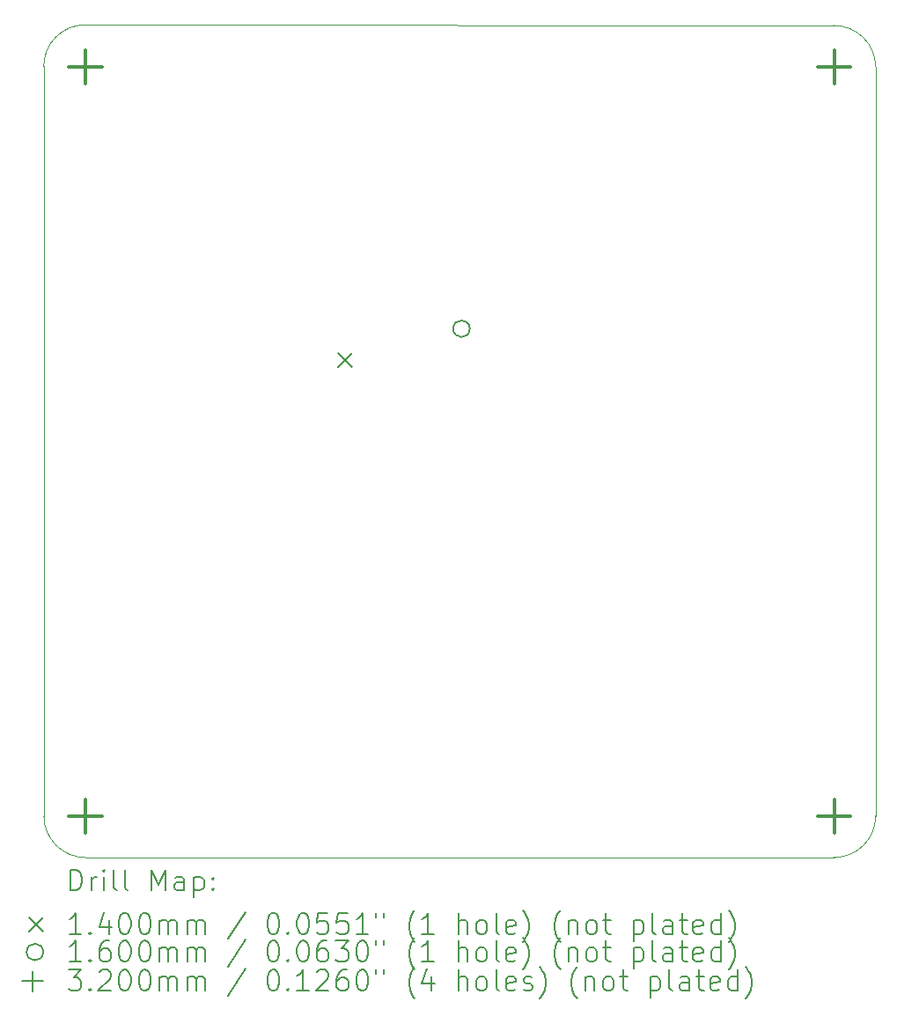
<source format=gbr>
%TF.GenerationSoftware,KiCad,Pcbnew,9.0.0*%
%TF.CreationDate,2025-04-12T13:05:03-05:00*%
%TF.ProjectId,Chassis,43686173-7369-4732-9e6b-696361645f70,rev?*%
%TF.SameCoordinates,Original*%
%TF.FileFunction,Drillmap*%
%TF.FilePolarity,Positive*%
%FSLAX45Y45*%
G04 Gerber Fmt 4.5, Leading zero omitted, Abs format (unit mm)*
G04 Created by KiCad (PCBNEW 9.0.0) date 2025-04-12 13:05:03*
%MOMM*%
%LPD*%
G01*
G04 APERTURE LIST*
%ADD10C,0.100000*%
%ADD11C,0.200000*%
%ADD12C,0.140000*%
%ADD13C,0.160000*%
%ADD14C,0.320000*%
G04 APERTURE END LIST*
D10*
X5232843Y-2532843D02*
X12434700Y-2540000D01*
X4834700Y-10140000D02*
X4832843Y-2932843D01*
X12834700Y-10140000D02*
G75*
G02*
X12434700Y-10540000I-400000J0D01*
G01*
X12834700Y-2940000D02*
X12834700Y-10140000D01*
X12434700Y-10540000D02*
X5234700Y-10540000D01*
X5234700Y-10540000D02*
G75*
G02*
X4834700Y-10140000I0J400000D01*
G01*
X12434700Y-2540000D02*
G75*
G02*
X12834700Y-2940000I0J-400000D01*
G01*
X4832843Y-2932843D02*
G75*
G02*
X5232843Y-2532843I400000J0D01*
G01*
D11*
D12*
X7662500Y-5687500D02*
X7802500Y-5827500D01*
X7802500Y-5687500D02*
X7662500Y-5827500D01*
D13*
X8931000Y-5455400D02*
G75*
G02*
X8771000Y-5455400I-80000J0D01*
G01*
X8771000Y-5455400D02*
G75*
G02*
X8931000Y-5455400I80000J0D01*
G01*
D14*
X5234700Y-2780000D02*
X5234700Y-3100000D01*
X5074700Y-2940000D02*
X5394700Y-2940000D01*
X5234700Y-9980000D02*
X5234700Y-10300000D01*
X5074700Y-10140000D02*
X5394700Y-10140000D01*
X12434700Y-2780000D02*
X12434700Y-3100000D01*
X12274700Y-2940000D02*
X12594700Y-2940000D01*
X12434700Y-9980000D02*
X12434700Y-10300000D01*
X12274700Y-10140000D02*
X12594700Y-10140000D01*
D11*
X5088620Y-10856484D02*
X5088620Y-10656484D01*
X5088620Y-10656484D02*
X5136239Y-10656484D01*
X5136239Y-10656484D02*
X5164810Y-10666008D01*
X5164810Y-10666008D02*
X5183858Y-10685055D01*
X5183858Y-10685055D02*
X5193381Y-10704103D01*
X5193381Y-10704103D02*
X5202905Y-10742198D01*
X5202905Y-10742198D02*
X5202905Y-10770770D01*
X5202905Y-10770770D02*
X5193381Y-10808865D01*
X5193381Y-10808865D02*
X5183858Y-10827912D01*
X5183858Y-10827912D02*
X5164810Y-10846960D01*
X5164810Y-10846960D02*
X5136239Y-10856484D01*
X5136239Y-10856484D02*
X5088620Y-10856484D01*
X5288620Y-10856484D02*
X5288620Y-10723150D01*
X5288620Y-10761246D02*
X5298143Y-10742198D01*
X5298143Y-10742198D02*
X5307667Y-10732674D01*
X5307667Y-10732674D02*
X5326715Y-10723150D01*
X5326715Y-10723150D02*
X5345762Y-10723150D01*
X5412429Y-10856484D02*
X5412429Y-10723150D01*
X5412429Y-10656484D02*
X5402905Y-10666008D01*
X5402905Y-10666008D02*
X5412429Y-10675531D01*
X5412429Y-10675531D02*
X5421953Y-10666008D01*
X5421953Y-10666008D02*
X5412429Y-10656484D01*
X5412429Y-10656484D02*
X5412429Y-10675531D01*
X5536239Y-10856484D02*
X5517191Y-10846960D01*
X5517191Y-10846960D02*
X5507667Y-10827912D01*
X5507667Y-10827912D02*
X5507667Y-10656484D01*
X5641000Y-10856484D02*
X5621953Y-10846960D01*
X5621953Y-10846960D02*
X5612429Y-10827912D01*
X5612429Y-10827912D02*
X5612429Y-10656484D01*
X5869572Y-10856484D02*
X5869572Y-10656484D01*
X5869572Y-10656484D02*
X5936239Y-10799341D01*
X5936239Y-10799341D02*
X6002905Y-10656484D01*
X6002905Y-10656484D02*
X6002905Y-10856484D01*
X6183858Y-10856484D02*
X6183858Y-10751722D01*
X6183858Y-10751722D02*
X6174334Y-10732674D01*
X6174334Y-10732674D02*
X6155286Y-10723150D01*
X6155286Y-10723150D02*
X6117191Y-10723150D01*
X6117191Y-10723150D02*
X6098143Y-10732674D01*
X6183858Y-10846960D02*
X6164810Y-10856484D01*
X6164810Y-10856484D02*
X6117191Y-10856484D01*
X6117191Y-10856484D02*
X6098143Y-10846960D01*
X6098143Y-10846960D02*
X6088619Y-10827912D01*
X6088619Y-10827912D02*
X6088619Y-10808865D01*
X6088619Y-10808865D02*
X6098143Y-10789817D01*
X6098143Y-10789817D02*
X6117191Y-10780293D01*
X6117191Y-10780293D02*
X6164810Y-10780293D01*
X6164810Y-10780293D02*
X6183858Y-10770770D01*
X6279096Y-10723150D02*
X6279096Y-10923150D01*
X6279096Y-10732674D02*
X6298143Y-10723150D01*
X6298143Y-10723150D02*
X6336239Y-10723150D01*
X6336239Y-10723150D02*
X6355286Y-10732674D01*
X6355286Y-10732674D02*
X6364810Y-10742198D01*
X6364810Y-10742198D02*
X6374334Y-10761246D01*
X6374334Y-10761246D02*
X6374334Y-10818389D01*
X6374334Y-10818389D02*
X6364810Y-10837436D01*
X6364810Y-10837436D02*
X6355286Y-10846960D01*
X6355286Y-10846960D02*
X6336239Y-10856484D01*
X6336239Y-10856484D02*
X6298143Y-10856484D01*
X6298143Y-10856484D02*
X6279096Y-10846960D01*
X6460048Y-10837436D02*
X6469572Y-10846960D01*
X6469572Y-10846960D02*
X6460048Y-10856484D01*
X6460048Y-10856484D02*
X6450524Y-10846960D01*
X6450524Y-10846960D02*
X6460048Y-10837436D01*
X6460048Y-10837436D02*
X6460048Y-10856484D01*
X6460048Y-10732674D02*
X6469572Y-10742198D01*
X6469572Y-10742198D02*
X6460048Y-10751722D01*
X6460048Y-10751722D02*
X6450524Y-10742198D01*
X6450524Y-10742198D02*
X6460048Y-10732674D01*
X6460048Y-10732674D02*
X6460048Y-10751722D01*
D12*
X4687843Y-11115000D02*
X4827843Y-11255000D01*
X4827843Y-11115000D02*
X4687843Y-11255000D01*
D11*
X5193381Y-11276484D02*
X5079096Y-11276484D01*
X5136239Y-11276484D02*
X5136239Y-11076484D01*
X5136239Y-11076484D02*
X5117191Y-11105055D01*
X5117191Y-11105055D02*
X5098143Y-11124103D01*
X5098143Y-11124103D02*
X5079096Y-11133627D01*
X5279096Y-11257436D02*
X5288620Y-11266960D01*
X5288620Y-11266960D02*
X5279096Y-11276484D01*
X5279096Y-11276484D02*
X5269572Y-11266960D01*
X5269572Y-11266960D02*
X5279096Y-11257436D01*
X5279096Y-11257436D02*
X5279096Y-11276484D01*
X5460048Y-11143150D02*
X5460048Y-11276484D01*
X5412429Y-11066960D02*
X5364810Y-11209817D01*
X5364810Y-11209817D02*
X5488620Y-11209817D01*
X5602905Y-11076484D02*
X5621953Y-11076484D01*
X5621953Y-11076484D02*
X5641000Y-11086008D01*
X5641000Y-11086008D02*
X5650524Y-11095531D01*
X5650524Y-11095531D02*
X5660048Y-11114579D01*
X5660048Y-11114579D02*
X5669572Y-11152674D01*
X5669572Y-11152674D02*
X5669572Y-11200293D01*
X5669572Y-11200293D02*
X5660048Y-11238388D01*
X5660048Y-11238388D02*
X5650524Y-11257436D01*
X5650524Y-11257436D02*
X5641000Y-11266960D01*
X5641000Y-11266960D02*
X5621953Y-11276484D01*
X5621953Y-11276484D02*
X5602905Y-11276484D01*
X5602905Y-11276484D02*
X5583858Y-11266960D01*
X5583858Y-11266960D02*
X5574334Y-11257436D01*
X5574334Y-11257436D02*
X5564810Y-11238388D01*
X5564810Y-11238388D02*
X5555286Y-11200293D01*
X5555286Y-11200293D02*
X5555286Y-11152674D01*
X5555286Y-11152674D02*
X5564810Y-11114579D01*
X5564810Y-11114579D02*
X5574334Y-11095531D01*
X5574334Y-11095531D02*
X5583858Y-11086008D01*
X5583858Y-11086008D02*
X5602905Y-11076484D01*
X5793381Y-11076484D02*
X5812429Y-11076484D01*
X5812429Y-11076484D02*
X5831477Y-11086008D01*
X5831477Y-11086008D02*
X5841000Y-11095531D01*
X5841000Y-11095531D02*
X5850524Y-11114579D01*
X5850524Y-11114579D02*
X5860048Y-11152674D01*
X5860048Y-11152674D02*
X5860048Y-11200293D01*
X5860048Y-11200293D02*
X5850524Y-11238388D01*
X5850524Y-11238388D02*
X5841000Y-11257436D01*
X5841000Y-11257436D02*
X5831477Y-11266960D01*
X5831477Y-11266960D02*
X5812429Y-11276484D01*
X5812429Y-11276484D02*
X5793381Y-11276484D01*
X5793381Y-11276484D02*
X5774334Y-11266960D01*
X5774334Y-11266960D02*
X5764810Y-11257436D01*
X5764810Y-11257436D02*
X5755286Y-11238388D01*
X5755286Y-11238388D02*
X5745762Y-11200293D01*
X5745762Y-11200293D02*
X5745762Y-11152674D01*
X5745762Y-11152674D02*
X5755286Y-11114579D01*
X5755286Y-11114579D02*
X5764810Y-11095531D01*
X5764810Y-11095531D02*
X5774334Y-11086008D01*
X5774334Y-11086008D02*
X5793381Y-11076484D01*
X5945762Y-11276484D02*
X5945762Y-11143150D01*
X5945762Y-11162198D02*
X5955286Y-11152674D01*
X5955286Y-11152674D02*
X5974334Y-11143150D01*
X5974334Y-11143150D02*
X6002905Y-11143150D01*
X6002905Y-11143150D02*
X6021953Y-11152674D01*
X6021953Y-11152674D02*
X6031477Y-11171722D01*
X6031477Y-11171722D02*
X6031477Y-11276484D01*
X6031477Y-11171722D02*
X6041000Y-11152674D01*
X6041000Y-11152674D02*
X6060048Y-11143150D01*
X6060048Y-11143150D02*
X6088619Y-11143150D01*
X6088619Y-11143150D02*
X6107667Y-11152674D01*
X6107667Y-11152674D02*
X6117191Y-11171722D01*
X6117191Y-11171722D02*
X6117191Y-11276484D01*
X6212429Y-11276484D02*
X6212429Y-11143150D01*
X6212429Y-11162198D02*
X6221953Y-11152674D01*
X6221953Y-11152674D02*
X6241000Y-11143150D01*
X6241000Y-11143150D02*
X6269572Y-11143150D01*
X6269572Y-11143150D02*
X6288620Y-11152674D01*
X6288620Y-11152674D02*
X6298143Y-11171722D01*
X6298143Y-11171722D02*
X6298143Y-11276484D01*
X6298143Y-11171722D02*
X6307667Y-11152674D01*
X6307667Y-11152674D02*
X6326715Y-11143150D01*
X6326715Y-11143150D02*
X6355286Y-11143150D01*
X6355286Y-11143150D02*
X6374334Y-11152674D01*
X6374334Y-11152674D02*
X6383858Y-11171722D01*
X6383858Y-11171722D02*
X6383858Y-11276484D01*
X6774334Y-11066960D02*
X6602905Y-11324103D01*
X7031477Y-11076484D02*
X7050524Y-11076484D01*
X7050524Y-11076484D02*
X7069572Y-11086008D01*
X7069572Y-11086008D02*
X7079096Y-11095531D01*
X7079096Y-11095531D02*
X7088620Y-11114579D01*
X7088620Y-11114579D02*
X7098143Y-11152674D01*
X7098143Y-11152674D02*
X7098143Y-11200293D01*
X7098143Y-11200293D02*
X7088620Y-11238388D01*
X7088620Y-11238388D02*
X7079096Y-11257436D01*
X7079096Y-11257436D02*
X7069572Y-11266960D01*
X7069572Y-11266960D02*
X7050524Y-11276484D01*
X7050524Y-11276484D02*
X7031477Y-11276484D01*
X7031477Y-11276484D02*
X7012429Y-11266960D01*
X7012429Y-11266960D02*
X7002905Y-11257436D01*
X7002905Y-11257436D02*
X6993382Y-11238388D01*
X6993382Y-11238388D02*
X6983858Y-11200293D01*
X6983858Y-11200293D02*
X6983858Y-11152674D01*
X6983858Y-11152674D02*
X6993382Y-11114579D01*
X6993382Y-11114579D02*
X7002905Y-11095531D01*
X7002905Y-11095531D02*
X7012429Y-11086008D01*
X7012429Y-11086008D02*
X7031477Y-11076484D01*
X7183858Y-11257436D02*
X7193382Y-11266960D01*
X7193382Y-11266960D02*
X7183858Y-11276484D01*
X7183858Y-11276484D02*
X7174334Y-11266960D01*
X7174334Y-11266960D02*
X7183858Y-11257436D01*
X7183858Y-11257436D02*
X7183858Y-11276484D01*
X7317191Y-11076484D02*
X7336239Y-11076484D01*
X7336239Y-11076484D02*
X7355286Y-11086008D01*
X7355286Y-11086008D02*
X7364810Y-11095531D01*
X7364810Y-11095531D02*
X7374334Y-11114579D01*
X7374334Y-11114579D02*
X7383858Y-11152674D01*
X7383858Y-11152674D02*
X7383858Y-11200293D01*
X7383858Y-11200293D02*
X7374334Y-11238388D01*
X7374334Y-11238388D02*
X7364810Y-11257436D01*
X7364810Y-11257436D02*
X7355286Y-11266960D01*
X7355286Y-11266960D02*
X7336239Y-11276484D01*
X7336239Y-11276484D02*
X7317191Y-11276484D01*
X7317191Y-11276484D02*
X7298143Y-11266960D01*
X7298143Y-11266960D02*
X7288620Y-11257436D01*
X7288620Y-11257436D02*
X7279096Y-11238388D01*
X7279096Y-11238388D02*
X7269572Y-11200293D01*
X7269572Y-11200293D02*
X7269572Y-11152674D01*
X7269572Y-11152674D02*
X7279096Y-11114579D01*
X7279096Y-11114579D02*
X7288620Y-11095531D01*
X7288620Y-11095531D02*
X7298143Y-11086008D01*
X7298143Y-11086008D02*
X7317191Y-11076484D01*
X7564810Y-11076484D02*
X7469572Y-11076484D01*
X7469572Y-11076484D02*
X7460048Y-11171722D01*
X7460048Y-11171722D02*
X7469572Y-11162198D01*
X7469572Y-11162198D02*
X7488620Y-11152674D01*
X7488620Y-11152674D02*
X7536239Y-11152674D01*
X7536239Y-11152674D02*
X7555286Y-11162198D01*
X7555286Y-11162198D02*
X7564810Y-11171722D01*
X7564810Y-11171722D02*
X7574334Y-11190769D01*
X7574334Y-11190769D02*
X7574334Y-11238388D01*
X7574334Y-11238388D02*
X7564810Y-11257436D01*
X7564810Y-11257436D02*
X7555286Y-11266960D01*
X7555286Y-11266960D02*
X7536239Y-11276484D01*
X7536239Y-11276484D02*
X7488620Y-11276484D01*
X7488620Y-11276484D02*
X7469572Y-11266960D01*
X7469572Y-11266960D02*
X7460048Y-11257436D01*
X7755286Y-11076484D02*
X7660048Y-11076484D01*
X7660048Y-11076484D02*
X7650524Y-11171722D01*
X7650524Y-11171722D02*
X7660048Y-11162198D01*
X7660048Y-11162198D02*
X7679096Y-11152674D01*
X7679096Y-11152674D02*
X7726715Y-11152674D01*
X7726715Y-11152674D02*
X7745763Y-11162198D01*
X7745763Y-11162198D02*
X7755286Y-11171722D01*
X7755286Y-11171722D02*
X7764810Y-11190769D01*
X7764810Y-11190769D02*
X7764810Y-11238388D01*
X7764810Y-11238388D02*
X7755286Y-11257436D01*
X7755286Y-11257436D02*
X7745763Y-11266960D01*
X7745763Y-11266960D02*
X7726715Y-11276484D01*
X7726715Y-11276484D02*
X7679096Y-11276484D01*
X7679096Y-11276484D02*
X7660048Y-11266960D01*
X7660048Y-11266960D02*
X7650524Y-11257436D01*
X7955286Y-11276484D02*
X7841001Y-11276484D01*
X7898143Y-11276484D02*
X7898143Y-11076484D01*
X7898143Y-11076484D02*
X7879096Y-11105055D01*
X7879096Y-11105055D02*
X7860048Y-11124103D01*
X7860048Y-11124103D02*
X7841001Y-11133627D01*
X8031477Y-11076484D02*
X8031477Y-11114579D01*
X8107667Y-11076484D02*
X8107667Y-11114579D01*
X8402906Y-11352674D02*
X8393382Y-11343150D01*
X8393382Y-11343150D02*
X8374334Y-11314579D01*
X8374334Y-11314579D02*
X8364810Y-11295531D01*
X8364810Y-11295531D02*
X8355286Y-11266960D01*
X8355286Y-11266960D02*
X8345763Y-11219341D01*
X8345763Y-11219341D02*
X8345763Y-11181246D01*
X8345763Y-11181246D02*
X8355286Y-11133627D01*
X8355286Y-11133627D02*
X8364810Y-11105055D01*
X8364810Y-11105055D02*
X8374334Y-11086008D01*
X8374334Y-11086008D02*
X8393382Y-11057436D01*
X8393382Y-11057436D02*
X8402906Y-11047912D01*
X8583858Y-11276484D02*
X8469572Y-11276484D01*
X8526715Y-11276484D02*
X8526715Y-11076484D01*
X8526715Y-11076484D02*
X8507667Y-11105055D01*
X8507667Y-11105055D02*
X8488620Y-11124103D01*
X8488620Y-11124103D02*
X8469572Y-11133627D01*
X8821953Y-11276484D02*
X8821953Y-11076484D01*
X8907668Y-11276484D02*
X8907668Y-11171722D01*
X8907668Y-11171722D02*
X8898144Y-11152674D01*
X8898144Y-11152674D02*
X8879096Y-11143150D01*
X8879096Y-11143150D02*
X8850525Y-11143150D01*
X8850525Y-11143150D02*
X8831477Y-11152674D01*
X8831477Y-11152674D02*
X8821953Y-11162198D01*
X9031477Y-11276484D02*
X9012429Y-11266960D01*
X9012429Y-11266960D02*
X9002906Y-11257436D01*
X9002906Y-11257436D02*
X8993382Y-11238388D01*
X8993382Y-11238388D02*
X8993382Y-11181246D01*
X8993382Y-11181246D02*
X9002906Y-11162198D01*
X9002906Y-11162198D02*
X9012429Y-11152674D01*
X9012429Y-11152674D02*
X9031477Y-11143150D01*
X9031477Y-11143150D02*
X9060049Y-11143150D01*
X9060049Y-11143150D02*
X9079096Y-11152674D01*
X9079096Y-11152674D02*
X9088620Y-11162198D01*
X9088620Y-11162198D02*
X9098144Y-11181246D01*
X9098144Y-11181246D02*
X9098144Y-11238388D01*
X9098144Y-11238388D02*
X9088620Y-11257436D01*
X9088620Y-11257436D02*
X9079096Y-11266960D01*
X9079096Y-11266960D02*
X9060049Y-11276484D01*
X9060049Y-11276484D02*
X9031477Y-11276484D01*
X9212429Y-11276484D02*
X9193382Y-11266960D01*
X9193382Y-11266960D02*
X9183858Y-11247912D01*
X9183858Y-11247912D02*
X9183858Y-11076484D01*
X9364810Y-11266960D02*
X9345763Y-11276484D01*
X9345763Y-11276484D02*
X9307668Y-11276484D01*
X9307668Y-11276484D02*
X9288620Y-11266960D01*
X9288620Y-11266960D02*
X9279096Y-11247912D01*
X9279096Y-11247912D02*
X9279096Y-11171722D01*
X9279096Y-11171722D02*
X9288620Y-11152674D01*
X9288620Y-11152674D02*
X9307668Y-11143150D01*
X9307668Y-11143150D02*
X9345763Y-11143150D01*
X9345763Y-11143150D02*
X9364810Y-11152674D01*
X9364810Y-11152674D02*
X9374334Y-11171722D01*
X9374334Y-11171722D02*
X9374334Y-11190769D01*
X9374334Y-11190769D02*
X9279096Y-11209817D01*
X9441001Y-11352674D02*
X9450525Y-11343150D01*
X9450525Y-11343150D02*
X9469572Y-11314579D01*
X9469572Y-11314579D02*
X9479096Y-11295531D01*
X9479096Y-11295531D02*
X9488620Y-11266960D01*
X9488620Y-11266960D02*
X9498144Y-11219341D01*
X9498144Y-11219341D02*
X9498144Y-11181246D01*
X9498144Y-11181246D02*
X9488620Y-11133627D01*
X9488620Y-11133627D02*
X9479096Y-11105055D01*
X9479096Y-11105055D02*
X9469572Y-11086008D01*
X9469572Y-11086008D02*
X9450525Y-11057436D01*
X9450525Y-11057436D02*
X9441001Y-11047912D01*
X9802906Y-11352674D02*
X9793382Y-11343150D01*
X9793382Y-11343150D02*
X9774334Y-11314579D01*
X9774334Y-11314579D02*
X9764810Y-11295531D01*
X9764810Y-11295531D02*
X9755287Y-11266960D01*
X9755287Y-11266960D02*
X9745763Y-11219341D01*
X9745763Y-11219341D02*
X9745763Y-11181246D01*
X9745763Y-11181246D02*
X9755287Y-11133627D01*
X9755287Y-11133627D02*
X9764810Y-11105055D01*
X9764810Y-11105055D02*
X9774334Y-11086008D01*
X9774334Y-11086008D02*
X9793382Y-11057436D01*
X9793382Y-11057436D02*
X9802906Y-11047912D01*
X9879096Y-11143150D02*
X9879096Y-11276484D01*
X9879096Y-11162198D02*
X9888620Y-11152674D01*
X9888620Y-11152674D02*
X9907668Y-11143150D01*
X9907668Y-11143150D02*
X9936239Y-11143150D01*
X9936239Y-11143150D02*
X9955287Y-11152674D01*
X9955287Y-11152674D02*
X9964810Y-11171722D01*
X9964810Y-11171722D02*
X9964810Y-11276484D01*
X10088620Y-11276484D02*
X10069572Y-11266960D01*
X10069572Y-11266960D02*
X10060049Y-11257436D01*
X10060049Y-11257436D02*
X10050525Y-11238388D01*
X10050525Y-11238388D02*
X10050525Y-11181246D01*
X10050525Y-11181246D02*
X10060049Y-11162198D01*
X10060049Y-11162198D02*
X10069572Y-11152674D01*
X10069572Y-11152674D02*
X10088620Y-11143150D01*
X10088620Y-11143150D02*
X10117191Y-11143150D01*
X10117191Y-11143150D02*
X10136239Y-11152674D01*
X10136239Y-11152674D02*
X10145763Y-11162198D01*
X10145763Y-11162198D02*
X10155287Y-11181246D01*
X10155287Y-11181246D02*
X10155287Y-11238388D01*
X10155287Y-11238388D02*
X10145763Y-11257436D01*
X10145763Y-11257436D02*
X10136239Y-11266960D01*
X10136239Y-11266960D02*
X10117191Y-11276484D01*
X10117191Y-11276484D02*
X10088620Y-11276484D01*
X10212430Y-11143150D02*
X10288620Y-11143150D01*
X10241001Y-11076484D02*
X10241001Y-11247912D01*
X10241001Y-11247912D02*
X10250525Y-11266960D01*
X10250525Y-11266960D02*
X10269572Y-11276484D01*
X10269572Y-11276484D02*
X10288620Y-11276484D01*
X10507668Y-11143150D02*
X10507668Y-11343150D01*
X10507668Y-11152674D02*
X10526715Y-11143150D01*
X10526715Y-11143150D02*
X10564811Y-11143150D01*
X10564811Y-11143150D02*
X10583858Y-11152674D01*
X10583858Y-11152674D02*
X10593382Y-11162198D01*
X10593382Y-11162198D02*
X10602906Y-11181246D01*
X10602906Y-11181246D02*
X10602906Y-11238388D01*
X10602906Y-11238388D02*
X10593382Y-11257436D01*
X10593382Y-11257436D02*
X10583858Y-11266960D01*
X10583858Y-11266960D02*
X10564811Y-11276484D01*
X10564811Y-11276484D02*
X10526715Y-11276484D01*
X10526715Y-11276484D02*
X10507668Y-11266960D01*
X10717191Y-11276484D02*
X10698144Y-11266960D01*
X10698144Y-11266960D02*
X10688620Y-11247912D01*
X10688620Y-11247912D02*
X10688620Y-11076484D01*
X10879096Y-11276484D02*
X10879096Y-11171722D01*
X10879096Y-11171722D02*
X10869572Y-11152674D01*
X10869572Y-11152674D02*
X10850525Y-11143150D01*
X10850525Y-11143150D02*
X10812430Y-11143150D01*
X10812430Y-11143150D02*
X10793382Y-11152674D01*
X10879096Y-11266960D02*
X10860049Y-11276484D01*
X10860049Y-11276484D02*
X10812430Y-11276484D01*
X10812430Y-11276484D02*
X10793382Y-11266960D01*
X10793382Y-11266960D02*
X10783858Y-11247912D01*
X10783858Y-11247912D02*
X10783858Y-11228865D01*
X10783858Y-11228865D02*
X10793382Y-11209817D01*
X10793382Y-11209817D02*
X10812430Y-11200293D01*
X10812430Y-11200293D02*
X10860049Y-11200293D01*
X10860049Y-11200293D02*
X10879096Y-11190769D01*
X10945763Y-11143150D02*
X11021953Y-11143150D01*
X10974334Y-11076484D02*
X10974334Y-11247912D01*
X10974334Y-11247912D02*
X10983858Y-11266960D01*
X10983858Y-11266960D02*
X11002906Y-11276484D01*
X11002906Y-11276484D02*
X11021953Y-11276484D01*
X11164811Y-11266960D02*
X11145763Y-11276484D01*
X11145763Y-11276484D02*
X11107668Y-11276484D01*
X11107668Y-11276484D02*
X11088620Y-11266960D01*
X11088620Y-11266960D02*
X11079096Y-11247912D01*
X11079096Y-11247912D02*
X11079096Y-11171722D01*
X11079096Y-11171722D02*
X11088620Y-11152674D01*
X11088620Y-11152674D02*
X11107668Y-11143150D01*
X11107668Y-11143150D02*
X11145763Y-11143150D01*
X11145763Y-11143150D02*
X11164811Y-11152674D01*
X11164811Y-11152674D02*
X11174334Y-11171722D01*
X11174334Y-11171722D02*
X11174334Y-11190769D01*
X11174334Y-11190769D02*
X11079096Y-11209817D01*
X11345763Y-11276484D02*
X11345763Y-11076484D01*
X11345763Y-11266960D02*
X11326715Y-11276484D01*
X11326715Y-11276484D02*
X11288620Y-11276484D01*
X11288620Y-11276484D02*
X11269572Y-11266960D01*
X11269572Y-11266960D02*
X11260049Y-11257436D01*
X11260049Y-11257436D02*
X11250525Y-11238388D01*
X11250525Y-11238388D02*
X11250525Y-11181246D01*
X11250525Y-11181246D02*
X11260049Y-11162198D01*
X11260049Y-11162198D02*
X11269572Y-11152674D01*
X11269572Y-11152674D02*
X11288620Y-11143150D01*
X11288620Y-11143150D02*
X11326715Y-11143150D01*
X11326715Y-11143150D02*
X11345763Y-11152674D01*
X11421953Y-11352674D02*
X11431477Y-11343150D01*
X11431477Y-11343150D02*
X11450525Y-11314579D01*
X11450525Y-11314579D02*
X11460049Y-11295531D01*
X11460049Y-11295531D02*
X11469572Y-11266960D01*
X11469572Y-11266960D02*
X11479096Y-11219341D01*
X11479096Y-11219341D02*
X11479096Y-11181246D01*
X11479096Y-11181246D02*
X11469572Y-11133627D01*
X11469572Y-11133627D02*
X11460049Y-11105055D01*
X11460049Y-11105055D02*
X11450525Y-11086008D01*
X11450525Y-11086008D02*
X11431477Y-11057436D01*
X11431477Y-11057436D02*
X11421953Y-11047912D01*
D13*
X4827843Y-11449000D02*
G75*
G02*
X4667843Y-11449000I-80000J0D01*
G01*
X4667843Y-11449000D02*
G75*
G02*
X4827843Y-11449000I80000J0D01*
G01*
D11*
X5193381Y-11540484D02*
X5079096Y-11540484D01*
X5136239Y-11540484D02*
X5136239Y-11340484D01*
X5136239Y-11340484D02*
X5117191Y-11369055D01*
X5117191Y-11369055D02*
X5098143Y-11388103D01*
X5098143Y-11388103D02*
X5079096Y-11397627D01*
X5279096Y-11521436D02*
X5288620Y-11530960D01*
X5288620Y-11530960D02*
X5279096Y-11540484D01*
X5279096Y-11540484D02*
X5269572Y-11530960D01*
X5269572Y-11530960D02*
X5279096Y-11521436D01*
X5279096Y-11521436D02*
X5279096Y-11540484D01*
X5460048Y-11340484D02*
X5421953Y-11340484D01*
X5421953Y-11340484D02*
X5402905Y-11350008D01*
X5402905Y-11350008D02*
X5393381Y-11359531D01*
X5393381Y-11359531D02*
X5374334Y-11388103D01*
X5374334Y-11388103D02*
X5364810Y-11426198D01*
X5364810Y-11426198D02*
X5364810Y-11502388D01*
X5364810Y-11502388D02*
X5374334Y-11521436D01*
X5374334Y-11521436D02*
X5383858Y-11530960D01*
X5383858Y-11530960D02*
X5402905Y-11540484D01*
X5402905Y-11540484D02*
X5441001Y-11540484D01*
X5441001Y-11540484D02*
X5460048Y-11530960D01*
X5460048Y-11530960D02*
X5469572Y-11521436D01*
X5469572Y-11521436D02*
X5479096Y-11502388D01*
X5479096Y-11502388D02*
X5479096Y-11454769D01*
X5479096Y-11454769D02*
X5469572Y-11435722D01*
X5469572Y-11435722D02*
X5460048Y-11426198D01*
X5460048Y-11426198D02*
X5441001Y-11416674D01*
X5441001Y-11416674D02*
X5402905Y-11416674D01*
X5402905Y-11416674D02*
X5383858Y-11426198D01*
X5383858Y-11426198D02*
X5374334Y-11435722D01*
X5374334Y-11435722D02*
X5364810Y-11454769D01*
X5602905Y-11340484D02*
X5621953Y-11340484D01*
X5621953Y-11340484D02*
X5641000Y-11350008D01*
X5641000Y-11350008D02*
X5650524Y-11359531D01*
X5650524Y-11359531D02*
X5660048Y-11378579D01*
X5660048Y-11378579D02*
X5669572Y-11416674D01*
X5669572Y-11416674D02*
X5669572Y-11464293D01*
X5669572Y-11464293D02*
X5660048Y-11502388D01*
X5660048Y-11502388D02*
X5650524Y-11521436D01*
X5650524Y-11521436D02*
X5641000Y-11530960D01*
X5641000Y-11530960D02*
X5621953Y-11540484D01*
X5621953Y-11540484D02*
X5602905Y-11540484D01*
X5602905Y-11540484D02*
X5583858Y-11530960D01*
X5583858Y-11530960D02*
X5574334Y-11521436D01*
X5574334Y-11521436D02*
X5564810Y-11502388D01*
X5564810Y-11502388D02*
X5555286Y-11464293D01*
X5555286Y-11464293D02*
X5555286Y-11416674D01*
X5555286Y-11416674D02*
X5564810Y-11378579D01*
X5564810Y-11378579D02*
X5574334Y-11359531D01*
X5574334Y-11359531D02*
X5583858Y-11350008D01*
X5583858Y-11350008D02*
X5602905Y-11340484D01*
X5793381Y-11340484D02*
X5812429Y-11340484D01*
X5812429Y-11340484D02*
X5831477Y-11350008D01*
X5831477Y-11350008D02*
X5841000Y-11359531D01*
X5841000Y-11359531D02*
X5850524Y-11378579D01*
X5850524Y-11378579D02*
X5860048Y-11416674D01*
X5860048Y-11416674D02*
X5860048Y-11464293D01*
X5860048Y-11464293D02*
X5850524Y-11502388D01*
X5850524Y-11502388D02*
X5841000Y-11521436D01*
X5841000Y-11521436D02*
X5831477Y-11530960D01*
X5831477Y-11530960D02*
X5812429Y-11540484D01*
X5812429Y-11540484D02*
X5793381Y-11540484D01*
X5793381Y-11540484D02*
X5774334Y-11530960D01*
X5774334Y-11530960D02*
X5764810Y-11521436D01*
X5764810Y-11521436D02*
X5755286Y-11502388D01*
X5755286Y-11502388D02*
X5745762Y-11464293D01*
X5745762Y-11464293D02*
X5745762Y-11416674D01*
X5745762Y-11416674D02*
X5755286Y-11378579D01*
X5755286Y-11378579D02*
X5764810Y-11359531D01*
X5764810Y-11359531D02*
X5774334Y-11350008D01*
X5774334Y-11350008D02*
X5793381Y-11340484D01*
X5945762Y-11540484D02*
X5945762Y-11407150D01*
X5945762Y-11426198D02*
X5955286Y-11416674D01*
X5955286Y-11416674D02*
X5974334Y-11407150D01*
X5974334Y-11407150D02*
X6002905Y-11407150D01*
X6002905Y-11407150D02*
X6021953Y-11416674D01*
X6021953Y-11416674D02*
X6031477Y-11435722D01*
X6031477Y-11435722D02*
X6031477Y-11540484D01*
X6031477Y-11435722D02*
X6041000Y-11416674D01*
X6041000Y-11416674D02*
X6060048Y-11407150D01*
X6060048Y-11407150D02*
X6088619Y-11407150D01*
X6088619Y-11407150D02*
X6107667Y-11416674D01*
X6107667Y-11416674D02*
X6117191Y-11435722D01*
X6117191Y-11435722D02*
X6117191Y-11540484D01*
X6212429Y-11540484D02*
X6212429Y-11407150D01*
X6212429Y-11426198D02*
X6221953Y-11416674D01*
X6221953Y-11416674D02*
X6241000Y-11407150D01*
X6241000Y-11407150D02*
X6269572Y-11407150D01*
X6269572Y-11407150D02*
X6288620Y-11416674D01*
X6288620Y-11416674D02*
X6298143Y-11435722D01*
X6298143Y-11435722D02*
X6298143Y-11540484D01*
X6298143Y-11435722D02*
X6307667Y-11416674D01*
X6307667Y-11416674D02*
X6326715Y-11407150D01*
X6326715Y-11407150D02*
X6355286Y-11407150D01*
X6355286Y-11407150D02*
X6374334Y-11416674D01*
X6374334Y-11416674D02*
X6383858Y-11435722D01*
X6383858Y-11435722D02*
X6383858Y-11540484D01*
X6774334Y-11330960D02*
X6602905Y-11588103D01*
X7031477Y-11340484D02*
X7050524Y-11340484D01*
X7050524Y-11340484D02*
X7069572Y-11350008D01*
X7069572Y-11350008D02*
X7079096Y-11359531D01*
X7079096Y-11359531D02*
X7088620Y-11378579D01*
X7088620Y-11378579D02*
X7098143Y-11416674D01*
X7098143Y-11416674D02*
X7098143Y-11464293D01*
X7098143Y-11464293D02*
X7088620Y-11502388D01*
X7088620Y-11502388D02*
X7079096Y-11521436D01*
X7079096Y-11521436D02*
X7069572Y-11530960D01*
X7069572Y-11530960D02*
X7050524Y-11540484D01*
X7050524Y-11540484D02*
X7031477Y-11540484D01*
X7031477Y-11540484D02*
X7012429Y-11530960D01*
X7012429Y-11530960D02*
X7002905Y-11521436D01*
X7002905Y-11521436D02*
X6993382Y-11502388D01*
X6993382Y-11502388D02*
X6983858Y-11464293D01*
X6983858Y-11464293D02*
X6983858Y-11416674D01*
X6983858Y-11416674D02*
X6993382Y-11378579D01*
X6993382Y-11378579D02*
X7002905Y-11359531D01*
X7002905Y-11359531D02*
X7012429Y-11350008D01*
X7012429Y-11350008D02*
X7031477Y-11340484D01*
X7183858Y-11521436D02*
X7193382Y-11530960D01*
X7193382Y-11530960D02*
X7183858Y-11540484D01*
X7183858Y-11540484D02*
X7174334Y-11530960D01*
X7174334Y-11530960D02*
X7183858Y-11521436D01*
X7183858Y-11521436D02*
X7183858Y-11540484D01*
X7317191Y-11340484D02*
X7336239Y-11340484D01*
X7336239Y-11340484D02*
X7355286Y-11350008D01*
X7355286Y-11350008D02*
X7364810Y-11359531D01*
X7364810Y-11359531D02*
X7374334Y-11378579D01*
X7374334Y-11378579D02*
X7383858Y-11416674D01*
X7383858Y-11416674D02*
X7383858Y-11464293D01*
X7383858Y-11464293D02*
X7374334Y-11502388D01*
X7374334Y-11502388D02*
X7364810Y-11521436D01*
X7364810Y-11521436D02*
X7355286Y-11530960D01*
X7355286Y-11530960D02*
X7336239Y-11540484D01*
X7336239Y-11540484D02*
X7317191Y-11540484D01*
X7317191Y-11540484D02*
X7298143Y-11530960D01*
X7298143Y-11530960D02*
X7288620Y-11521436D01*
X7288620Y-11521436D02*
X7279096Y-11502388D01*
X7279096Y-11502388D02*
X7269572Y-11464293D01*
X7269572Y-11464293D02*
X7269572Y-11416674D01*
X7269572Y-11416674D02*
X7279096Y-11378579D01*
X7279096Y-11378579D02*
X7288620Y-11359531D01*
X7288620Y-11359531D02*
X7298143Y-11350008D01*
X7298143Y-11350008D02*
X7317191Y-11340484D01*
X7555286Y-11340484D02*
X7517191Y-11340484D01*
X7517191Y-11340484D02*
X7498143Y-11350008D01*
X7498143Y-11350008D02*
X7488620Y-11359531D01*
X7488620Y-11359531D02*
X7469572Y-11388103D01*
X7469572Y-11388103D02*
X7460048Y-11426198D01*
X7460048Y-11426198D02*
X7460048Y-11502388D01*
X7460048Y-11502388D02*
X7469572Y-11521436D01*
X7469572Y-11521436D02*
X7479096Y-11530960D01*
X7479096Y-11530960D02*
X7498143Y-11540484D01*
X7498143Y-11540484D02*
X7536239Y-11540484D01*
X7536239Y-11540484D02*
X7555286Y-11530960D01*
X7555286Y-11530960D02*
X7564810Y-11521436D01*
X7564810Y-11521436D02*
X7574334Y-11502388D01*
X7574334Y-11502388D02*
X7574334Y-11454769D01*
X7574334Y-11454769D02*
X7564810Y-11435722D01*
X7564810Y-11435722D02*
X7555286Y-11426198D01*
X7555286Y-11426198D02*
X7536239Y-11416674D01*
X7536239Y-11416674D02*
X7498143Y-11416674D01*
X7498143Y-11416674D02*
X7479096Y-11426198D01*
X7479096Y-11426198D02*
X7469572Y-11435722D01*
X7469572Y-11435722D02*
X7460048Y-11454769D01*
X7641001Y-11340484D02*
X7764810Y-11340484D01*
X7764810Y-11340484D02*
X7698143Y-11416674D01*
X7698143Y-11416674D02*
X7726715Y-11416674D01*
X7726715Y-11416674D02*
X7745763Y-11426198D01*
X7745763Y-11426198D02*
X7755286Y-11435722D01*
X7755286Y-11435722D02*
X7764810Y-11454769D01*
X7764810Y-11454769D02*
X7764810Y-11502388D01*
X7764810Y-11502388D02*
X7755286Y-11521436D01*
X7755286Y-11521436D02*
X7745763Y-11530960D01*
X7745763Y-11530960D02*
X7726715Y-11540484D01*
X7726715Y-11540484D02*
X7669572Y-11540484D01*
X7669572Y-11540484D02*
X7650524Y-11530960D01*
X7650524Y-11530960D02*
X7641001Y-11521436D01*
X7888620Y-11340484D02*
X7907667Y-11340484D01*
X7907667Y-11340484D02*
X7926715Y-11350008D01*
X7926715Y-11350008D02*
X7936239Y-11359531D01*
X7936239Y-11359531D02*
X7945763Y-11378579D01*
X7945763Y-11378579D02*
X7955286Y-11416674D01*
X7955286Y-11416674D02*
X7955286Y-11464293D01*
X7955286Y-11464293D02*
X7945763Y-11502388D01*
X7945763Y-11502388D02*
X7936239Y-11521436D01*
X7936239Y-11521436D02*
X7926715Y-11530960D01*
X7926715Y-11530960D02*
X7907667Y-11540484D01*
X7907667Y-11540484D02*
X7888620Y-11540484D01*
X7888620Y-11540484D02*
X7869572Y-11530960D01*
X7869572Y-11530960D02*
X7860048Y-11521436D01*
X7860048Y-11521436D02*
X7850524Y-11502388D01*
X7850524Y-11502388D02*
X7841001Y-11464293D01*
X7841001Y-11464293D02*
X7841001Y-11416674D01*
X7841001Y-11416674D02*
X7850524Y-11378579D01*
X7850524Y-11378579D02*
X7860048Y-11359531D01*
X7860048Y-11359531D02*
X7869572Y-11350008D01*
X7869572Y-11350008D02*
X7888620Y-11340484D01*
X8031477Y-11340484D02*
X8031477Y-11378579D01*
X8107667Y-11340484D02*
X8107667Y-11378579D01*
X8402906Y-11616674D02*
X8393382Y-11607150D01*
X8393382Y-11607150D02*
X8374334Y-11578579D01*
X8374334Y-11578579D02*
X8364810Y-11559531D01*
X8364810Y-11559531D02*
X8355286Y-11530960D01*
X8355286Y-11530960D02*
X8345763Y-11483341D01*
X8345763Y-11483341D02*
X8345763Y-11445246D01*
X8345763Y-11445246D02*
X8355286Y-11397627D01*
X8355286Y-11397627D02*
X8364810Y-11369055D01*
X8364810Y-11369055D02*
X8374334Y-11350008D01*
X8374334Y-11350008D02*
X8393382Y-11321436D01*
X8393382Y-11321436D02*
X8402906Y-11311912D01*
X8583858Y-11540484D02*
X8469572Y-11540484D01*
X8526715Y-11540484D02*
X8526715Y-11340484D01*
X8526715Y-11340484D02*
X8507667Y-11369055D01*
X8507667Y-11369055D02*
X8488620Y-11388103D01*
X8488620Y-11388103D02*
X8469572Y-11397627D01*
X8821953Y-11540484D02*
X8821953Y-11340484D01*
X8907668Y-11540484D02*
X8907668Y-11435722D01*
X8907668Y-11435722D02*
X8898144Y-11416674D01*
X8898144Y-11416674D02*
X8879096Y-11407150D01*
X8879096Y-11407150D02*
X8850525Y-11407150D01*
X8850525Y-11407150D02*
X8831477Y-11416674D01*
X8831477Y-11416674D02*
X8821953Y-11426198D01*
X9031477Y-11540484D02*
X9012429Y-11530960D01*
X9012429Y-11530960D02*
X9002906Y-11521436D01*
X9002906Y-11521436D02*
X8993382Y-11502388D01*
X8993382Y-11502388D02*
X8993382Y-11445246D01*
X8993382Y-11445246D02*
X9002906Y-11426198D01*
X9002906Y-11426198D02*
X9012429Y-11416674D01*
X9012429Y-11416674D02*
X9031477Y-11407150D01*
X9031477Y-11407150D02*
X9060049Y-11407150D01*
X9060049Y-11407150D02*
X9079096Y-11416674D01*
X9079096Y-11416674D02*
X9088620Y-11426198D01*
X9088620Y-11426198D02*
X9098144Y-11445246D01*
X9098144Y-11445246D02*
X9098144Y-11502388D01*
X9098144Y-11502388D02*
X9088620Y-11521436D01*
X9088620Y-11521436D02*
X9079096Y-11530960D01*
X9079096Y-11530960D02*
X9060049Y-11540484D01*
X9060049Y-11540484D02*
X9031477Y-11540484D01*
X9212429Y-11540484D02*
X9193382Y-11530960D01*
X9193382Y-11530960D02*
X9183858Y-11511912D01*
X9183858Y-11511912D02*
X9183858Y-11340484D01*
X9364810Y-11530960D02*
X9345763Y-11540484D01*
X9345763Y-11540484D02*
X9307668Y-11540484D01*
X9307668Y-11540484D02*
X9288620Y-11530960D01*
X9288620Y-11530960D02*
X9279096Y-11511912D01*
X9279096Y-11511912D02*
X9279096Y-11435722D01*
X9279096Y-11435722D02*
X9288620Y-11416674D01*
X9288620Y-11416674D02*
X9307668Y-11407150D01*
X9307668Y-11407150D02*
X9345763Y-11407150D01*
X9345763Y-11407150D02*
X9364810Y-11416674D01*
X9364810Y-11416674D02*
X9374334Y-11435722D01*
X9374334Y-11435722D02*
X9374334Y-11454769D01*
X9374334Y-11454769D02*
X9279096Y-11473817D01*
X9441001Y-11616674D02*
X9450525Y-11607150D01*
X9450525Y-11607150D02*
X9469572Y-11578579D01*
X9469572Y-11578579D02*
X9479096Y-11559531D01*
X9479096Y-11559531D02*
X9488620Y-11530960D01*
X9488620Y-11530960D02*
X9498144Y-11483341D01*
X9498144Y-11483341D02*
X9498144Y-11445246D01*
X9498144Y-11445246D02*
X9488620Y-11397627D01*
X9488620Y-11397627D02*
X9479096Y-11369055D01*
X9479096Y-11369055D02*
X9469572Y-11350008D01*
X9469572Y-11350008D02*
X9450525Y-11321436D01*
X9450525Y-11321436D02*
X9441001Y-11311912D01*
X9802906Y-11616674D02*
X9793382Y-11607150D01*
X9793382Y-11607150D02*
X9774334Y-11578579D01*
X9774334Y-11578579D02*
X9764810Y-11559531D01*
X9764810Y-11559531D02*
X9755287Y-11530960D01*
X9755287Y-11530960D02*
X9745763Y-11483341D01*
X9745763Y-11483341D02*
X9745763Y-11445246D01*
X9745763Y-11445246D02*
X9755287Y-11397627D01*
X9755287Y-11397627D02*
X9764810Y-11369055D01*
X9764810Y-11369055D02*
X9774334Y-11350008D01*
X9774334Y-11350008D02*
X9793382Y-11321436D01*
X9793382Y-11321436D02*
X9802906Y-11311912D01*
X9879096Y-11407150D02*
X9879096Y-11540484D01*
X9879096Y-11426198D02*
X9888620Y-11416674D01*
X9888620Y-11416674D02*
X9907668Y-11407150D01*
X9907668Y-11407150D02*
X9936239Y-11407150D01*
X9936239Y-11407150D02*
X9955287Y-11416674D01*
X9955287Y-11416674D02*
X9964810Y-11435722D01*
X9964810Y-11435722D02*
X9964810Y-11540484D01*
X10088620Y-11540484D02*
X10069572Y-11530960D01*
X10069572Y-11530960D02*
X10060049Y-11521436D01*
X10060049Y-11521436D02*
X10050525Y-11502388D01*
X10050525Y-11502388D02*
X10050525Y-11445246D01*
X10050525Y-11445246D02*
X10060049Y-11426198D01*
X10060049Y-11426198D02*
X10069572Y-11416674D01*
X10069572Y-11416674D02*
X10088620Y-11407150D01*
X10088620Y-11407150D02*
X10117191Y-11407150D01*
X10117191Y-11407150D02*
X10136239Y-11416674D01*
X10136239Y-11416674D02*
X10145763Y-11426198D01*
X10145763Y-11426198D02*
X10155287Y-11445246D01*
X10155287Y-11445246D02*
X10155287Y-11502388D01*
X10155287Y-11502388D02*
X10145763Y-11521436D01*
X10145763Y-11521436D02*
X10136239Y-11530960D01*
X10136239Y-11530960D02*
X10117191Y-11540484D01*
X10117191Y-11540484D02*
X10088620Y-11540484D01*
X10212430Y-11407150D02*
X10288620Y-11407150D01*
X10241001Y-11340484D02*
X10241001Y-11511912D01*
X10241001Y-11511912D02*
X10250525Y-11530960D01*
X10250525Y-11530960D02*
X10269572Y-11540484D01*
X10269572Y-11540484D02*
X10288620Y-11540484D01*
X10507668Y-11407150D02*
X10507668Y-11607150D01*
X10507668Y-11416674D02*
X10526715Y-11407150D01*
X10526715Y-11407150D02*
X10564811Y-11407150D01*
X10564811Y-11407150D02*
X10583858Y-11416674D01*
X10583858Y-11416674D02*
X10593382Y-11426198D01*
X10593382Y-11426198D02*
X10602906Y-11445246D01*
X10602906Y-11445246D02*
X10602906Y-11502388D01*
X10602906Y-11502388D02*
X10593382Y-11521436D01*
X10593382Y-11521436D02*
X10583858Y-11530960D01*
X10583858Y-11530960D02*
X10564811Y-11540484D01*
X10564811Y-11540484D02*
X10526715Y-11540484D01*
X10526715Y-11540484D02*
X10507668Y-11530960D01*
X10717191Y-11540484D02*
X10698144Y-11530960D01*
X10698144Y-11530960D02*
X10688620Y-11511912D01*
X10688620Y-11511912D02*
X10688620Y-11340484D01*
X10879096Y-11540484D02*
X10879096Y-11435722D01*
X10879096Y-11435722D02*
X10869572Y-11416674D01*
X10869572Y-11416674D02*
X10850525Y-11407150D01*
X10850525Y-11407150D02*
X10812430Y-11407150D01*
X10812430Y-11407150D02*
X10793382Y-11416674D01*
X10879096Y-11530960D02*
X10860049Y-11540484D01*
X10860049Y-11540484D02*
X10812430Y-11540484D01*
X10812430Y-11540484D02*
X10793382Y-11530960D01*
X10793382Y-11530960D02*
X10783858Y-11511912D01*
X10783858Y-11511912D02*
X10783858Y-11492865D01*
X10783858Y-11492865D02*
X10793382Y-11473817D01*
X10793382Y-11473817D02*
X10812430Y-11464293D01*
X10812430Y-11464293D02*
X10860049Y-11464293D01*
X10860049Y-11464293D02*
X10879096Y-11454769D01*
X10945763Y-11407150D02*
X11021953Y-11407150D01*
X10974334Y-11340484D02*
X10974334Y-11511912D01*
X10974334Y-11511912D02*
X10983858Y-11530960D01*
X10983858Y-11530960D02*
X11002906Y-11540484D01*
X11002906Y-11540484D02*
X11021953Y-11540484D01*
X11164811Y-11530960D02*
X11145763Y-11540484D01*
X11145763Y-11540484D02*
X11107668Y-11540484D01*
X11107668Y-11540484D02*
X11088620Y-11530960D01*
X11088620Y-11530960D02*
X11079096Y-11511912D01*
X11079096Y-11511912D02*
X11079096Y-11435722D01*
X11079096Y-11435722D02*
X11088620Y-11416674D01*
X11088620Y-11416674D02*
X11107668Y-11407150D01*
X11107668Y-11407150D02*
X11145763Y-11407150D01*
X11145763Y-11407150D02*
X11164811Y-11416674D01*
X11164811Y-11416674D02*
X11174334Y-11435722D01*
X11174334Y-11435722D02*
X11174334Y-11454769D01*
X11174334Y-11454769D02*
X11079096Y-11473817D01*
X11345763Y-11540484D02*
X11345763Y-11340484D01*
X11345763Y-11530960D02*
X11326715Y-11540484D01*
X11326715Y-11540484D02*
X11288620Y-11540484D01*
X11288620Y-11540484D02*
X11269572Y-11530960D01*
X11269572Y-11530960D02*
X11260049Y-11521436D01*
X11260049Y-11521436D02*
X11250525Y-11502388D01*
X11250525Y-11502388D02*
X11250525Y-11445246D01*
X11250525Y-11445246D02*
X11260049Y-11426198D01*
X11260049Y-11426198D02*
X11269572Y-11416674D01*
X11269572Y-11416674D02*
X11288620Y-11407150D01*
X11288620Y-11407150D02*
X11326715Y-11407150D01*
X11326715Y-11407150D02*
X11345763Y-11416674D01*
X11421953Y-11616674D02*
X11431477Y-11607150D01*
X11431477Y-11607150D02*
X11450525Y-11578579D01*
X11450525Y-11578579D02*
X11460049Y-11559531D01*
X11460049Y-11559531D02*
X11469572Y-11530960D01*
X11469572Y-11530960D02*
X11479096Y-11483341D01*
X11479096Y-11483341D02*
X11479096Y-11445246D01*
X11479096Y-11445246D02*
X11469572Y-11397627D01*
X11469572Y-11397627D02*
X11460049Y-11369055D01*
X11460049Y-11369055D02*
X11450525Y-11350008D01*
X11450525Y-11350008D02*
X11431477Y-11321436D01*
X11431477Y-11321436D02*
X11421953Y-11311912D01*
X4727843Y-11629000D02*
X4727843Y-11829000D01*
X4627843Y-11729000D02*
X4827843Y-11729000D01*
X5069572Y-11620484D02*
X5193381Y-11620484D01*
X5193381Y-11620484D02*
X5126715Y-11696674D01*
X5126715Y-11696674D02*
X5155286Y-11696674D01*
X5155286Y-11696674D02*
X5174334Y-11706198D01*
X5174334Y-11706198D02*
X5183858Y-11715722D01*
X5183858Y-11715722D02*
X5193381Y-11734769D01*
X5193381Y-11734769D02*
X5193381Y-11782388D01*
X5193381Y-11782388D02*
X5183858Y-11801436D01*
X5183858Y-11801436D02*
X5174334Y-11810960D01*
X5174334Y-11810960D02*
X5155286Y-11820484D01*
X5155286Y-11820484D02*
X5098143Y-11820484D01*
X5098143Y-11820484D02*
X5079096Y-11810960D01*
X5079096Y-11810960D02*
X5069572Y-11801436D01*
X5279096Y-11801436D02*
X5288620Y-11810960D01*
X5288620Y-11810960D02*
X5279096Y-11820484D01*
X5279096Y-11820484D02*
X5269572Y-11810960D01*
X5269572Y-11810960D02*
X5279096Y-11801436D01*
X5279096Y-11801436D02*
X5279096Y-11820484D01*
X5364810Y-11639531D02*
X5374334Y-11630008D01*
X5374334Y-11630008D02*
X5393381Y-11620484D01*
X5393381Y-11620484D02*
X5441001Y-11620484D01*
X5441001Y-11620484D02*
X5460048Y-11630008D01*
X5460048Y-11630008D02*
X5469572Y-11639531D01*
X5469572Y-11639531D02*
X5479096Y-11658579D01*
X5479096Y-11658579D02*
X5479096Y-11677627D01*
X5479096Y-11677627D02*
X5469572Y-11706198D01*
X5469572Y-11706198D02*
X5355286Y-11820484D01*
X5355286Y-11820484D02*
X5479096Y-11820484D01*
X5602905Y-11620484D02*
X5621953Y-11620484D01*
X5621953Y-11620484D02*
X5641000Y-11630008D01*
X5641000Y-11630008D02*
X5650524Y-11639531D01*
X5650524Y-11639531D02*
X5660048Y-11658579D01*
X5660048Y-11658579D02*
X5669572Y-11696674D01*
X5669572Y-11696674D02*
X5669572Y-11744293D01*
X5669572Y-11744293D02*
X5660048Y-11782388D01*
X5660048Y-11782388D02*
X5650524Y-11801436D01*
X5650524Y-11801436D02*
X5641000Y-11810960D01*
X5641000Y-11810960D02*
X5621953Y-11820484D01*
X5621953Y-11820484D02*
X5602905Y-11820484D01*
X5602905Y-11820484D02*
X5583858Y-11810960D01*
X5583858Y-11810960D02*
X5574334Y-11801436D01*
X5574334Y-11801436D02*
X5564810Y-11782388D01*
X5564810Y-11782388D02*
X5555286Y-11744293D01*
X5555286Y-11744293D02*
X5555286Y-11696674D01*
X5555286Y-11696674D02*
X5564810Y-11658579D01*
X5564810Y-11658579D02*
X5574334Y-11639531D01*
X5574334Y-11639531D02*
X5583858Y-11630008D01*
X5583858Y-11630008D02*
X5602905Y-11620484D01*
X5793381Y-11620484D02*
X5812429Y-11620484D01*
X5812429Y-11620484D02*
X5831477Y-11630008D01*
X5831477Y-11630008D02*
X5841000Y-11639531D01*
X5841000Y-11639531D02*
X5850524Y-11658579D01*
X5850524Y-11658579D02*
X5860048Y-11696674D01*
X5860048Y-11696674D02*
X5860048Y-11744293D01*
X5860048Y-11744293D02*
X5850524Y-11782388D01*
X5850524Y-11782388D02*
X5841000Y-11801436D01*
X5841000Y-11801436D02*
X5831477Y-11810960D01*
X5831477Y-11810960D02*
X5812429Y-11820484D01*
X5812429Y-11820484D02*
X5793381Y-11820484D01*
X5793381Y-11820484D02*
X5774334Y-11810960D01*
X5774334Y-11810960D02*
X5764810Y-11801436D01*
X5764810Y-11801436D02*
X5755286Y-11782388D01*
X5755286Y-11782388D02*
X5745762Y-11744293D01*
X5745762Y-11744293D02*
X5745762Y-11696674D01*
X5745762Y-11696674D02*
X5755286Y-11658579D01*
X5755286Y-11658579D02*
X5764810Y-11639531D01*
X5764810Y-11639531D02*
X5774334Y-11630008D01*
X5774334Y-11630008D02*
X5793381Y-11620484D01*
X5945762Y-11820484D02*
X5945762Y-11687150D01*
X5945762Y-11706198D02*
X5955286Y-11696674D01*
X5955286Y-11696674D02*
X5974334Y-11687150D01*
X5974334Y-11687150D02*
X6002905Y-11687150D01*
X6002905Y-11687150D02*
X6021953Y-11696674D01*
X6021953Y-11696674D02*
X6031477Y-11715722D01*
X6031477Y-11715722D02*
X6031477Y-11820484D01*
X6031477Y-11715722D02*
X6041000Y-11696674D01*
X6041000Y-11696674D02*
X6060048Y-11687150D01*
X6060048Y-11687150D02*
X6088619Y-11687150D01*
X6088619Y-11687150D02*
X6107667Y-11696674D01*
X6107667Y-11696674D02*
X6117191Y-11715722D01*
X6117191Y-11715722D02*
X6117191Y-11820484D01*
X6212429Y-11820484D02*
X6212429Y-11687150D01*
X6212429Y-11706198D02*
X6221953Y-11696674D01*
X6221953Y-11696674D02*
X6241000Y-11687150D01*
X6241000Y-11687150D02*
X6269572Y-11687150D01*
X6269572Y-11687150D02*
X6288620Y-11696674D01*
X6288620Y-11696674D02*
X6298143Y-11715722D01*
X6298143Y-11715722D02*
X6298143Y-11820484D01*
X6298143Y-11715722D02*
X6307667Y-11696674D01*
X6307667Y-11696674D02*
X6326715Y-11687150D01*
X6326715Y-11687150D02*
X6355286Y-11687150D01*
X6355286Y-11687150D02*
X6374334Y-11696674D01*
X6374334Y-11696674D02*
X6383858Y-11715722D01*
X6383858Y-11715722D02*
X6383858Y-11820484D01*
X6774334Y-11610960D02*
X6602905Y-11868103D01*
X7031477Y-11620484D02*
X7050524Y-11620484D01*
X7050524Y-11620484D02*
X7069572Y-11630008D01*
X7069572Y-11630008D02*
X7079096Y-11639531D01*
X7079096Y-11639531D02*
X7088620Y-11658579D01*
X7088620Y-11658579D02*
X7098143Y-11696674D01*
X7098143Y-11696674D02*
X7098143Y-11744293D01*
X7098143Y-11744293D02*
X7088620Y-11782388D01*
X7088620Y-11782388D02*
X7079096Y-11801436D01*
X7079096Y-11801436D02*
X7069572Y-11810960D01*
X7069572Y-11810960D02*
X7050524Y-11820484D01*
X7050524Y-11820484D02*
X7031477Y-11820484D01*
X7031477Y-11820484D02*
X7012429Y-11810960D01*
X7012429Y-11810960D02*
X7002905Y-11801436D01*
X7002905Y-11801436D02*
X6993382Y-11782388D01*
X6993382Y-11782388D02*
X6983858Y-11744293D01*
X6983858Y-11744293D02*
X6983858Y-11696674D01*
X6983858Y-11696674D02*
X6993382Y-11658579D01*
X6993382Y-11658579D02*
X7002905Y-11639531D01*
X7002905Y-11639531D02*
X7012429Y-11630008D01*
X7012429Y-11630008D02*
X7031477Y-11620484D01*
X7183858Y-11801436D02*
X7193382Y-11810960D01*
X7193382Y-11810960D02*
X7183858Y-11820484D01*
X7183858Y-11820484D02*
X7174334Y-11810960D01*
X7174334Y-11810960D02*
X7183858Y-11801436D01*
X7183858Y-11801436D02*
X7183858Y-11820484D01*
X7383858Y-11820484D02*
X7269572Y-11820484D01*
X7326715Y-11820484D02*
X7326715Y-11620484D01*
X7326715Y-11620484D02*
X7307667Y-11649055D01*
X7307667Y-11649055D02*
X7288620Y-11668103D01*
X7288620Y-11668103D02*
X7269572Y-11677627D01*
X7460048Y-11639531D02*
X7469572Y-11630008D01*
X7469572Y-11630008D02*
X7488620Y-11620484D01*
X7488620Y-11620484D02*
X7536239Y-11620484D01*
X7536239Y-11620484D02*
X7555286Y-11630008D01*
X7555286Y-11630008D02*
X7564810Y-11639531D01*
X7564810Y-11639531D02*
X7574334Y-11658579D01*
X7574334Y-11658579D02*
X7574334Y-11677627D01*
X7574334Y-11677627D02*
X7564810Y-11706198D01*
X7564810Y-11706198D02*
X7450524Y-11820484D01*
X7450524Y-11820484D02*
X7574334Y-11820484D01*
X7745763Y-11620484D02*
X7707667Y-11620484D01*
X7707667Y-11620484D02*
X7688620Y-11630008D01*
X7688620Y-11630008D02*
X7679096Y-11639531D01*
X7679096Y-11639531D02*
X7660048Y-11668103D01*
X7660048Y-11668103D02*
X7650524Y-11706198D01*
X7650524Y-11706198D02*
X7650524Y-11782388D01*
X7650524Y-11782388D02*
X7660048Y-11801436D01*
X7660048Y-11801436D02*
X7669572Y-11810960D01*
X7669572Y-11810960D02*
X7688620Y-11820484D01*
X7688620Y-11820484D02*
X7726715Y-11820484D01*
X7726715Y-11820484D02*
X7745763Y-11810960D01*
X7745763Y-11810960D02*
X7755286Y-11801436D01*
X7755286Y-11801436D02*
X7764810Y-11782388D01*
X7764810Y-11782388D02*
X7764810Y-11734769D01*
X7764810Y-11734769D02*
X7755286Y-11715722D01*
X7755286Y-11715722D02*
X7745763Y-11706198D01*
X7745763Y-11706198D02*
X7726715Y-11696674D01*
X7726715Y-11696674D02*
X7688620Y-11696674D01*
X7688620Y-11696674D02*
X7669572Y-11706198D01*
X7669572Y-11706198D02*
X7660048Y-11715722D01*
X7660048Y-11715722D02*
X7650524Y-11734769D01*
X7888620Y-11620484D02*
X7907667Y-11620484D01*
X7907667Y-11620484D02*
X7926715Y-11630008D01*
X7926715Y-11630008D02*
X7936239Y-11639531D01*
X7936239Y-11639531D02*
X7945763Y-11658579D01*
X7945763Y-11658579D02*
X7955286Y-11696674D01*
X7955286Y-11696674D02*
X7955286Y-11744293D01*
X7955286Y-11744293D02*
X7945763Y-11782388D01*
X7945763Y-11782388D02*
X7936239Y-11801436D01*
X7936239Y-11801436D02*
X7926715Y-11810960D01*
X7926715Y-11810960D02*
X7907667Y-11820484D01*
X7907667Y-11820484D02*
X7888620Y-11820484D01*
X7888620Y-11820484D02*
X7869572Y-11810960D01*
X7869572Y-11810960D02*
X7860048Y-11801436D01*
X7860048Y-11801436D02*
X7850524Y-11782388D01*
X7850524Y-11782388D02*
X7841001Y-11744293D01*
X7841001Y-11744293D02*
X7841001Y-11696674D01*
X7841001Y-11696674D02*
X7850524Y-11658579D01*
X7850524Y-11658579D02*
X7860048Y-11639531D01*
X7860048Y-11639531D02*
X7869572Y-11630008D01*
X7869572Y-11630008D02*
X7888620Y-11620484D01*
X8031477Y-11620484D02*
X8031477Y-11658579D01*
X8107667Y-11620484D02*
X8107667Y-11658579D01*
X8402906Y-11896674D02*
X8393382Y-11887150D01*
X8393382Y-11887150D02*
X8374334Y-11858579D01*
X8374334Y-11858579D02*
X8364810Y-11839531D01*
X8364810Y-11839531D02*
X8355286Y-11810960D01*
X8355286Y-11810960D02*
X8345763Y-11763341D01*
X8345763Y-11763341D02*
X8345763Y-11725246D01*
X8345763Y-11725246D02*
X8355286Y-11677627D01*
X8355286Y-11677627D02*
X8364810Y-11649055D01*
X8364810Y-11649055D02*
X8374334Y-11630008D01*
X8374334Y-11630008D02*
X8393382Y-11601436D01*
X8393382Y-11601436D02*
X8402906Y-11591912D01*
X8564810Y-11687150D02*
X8564810Y-11820484D01*
X8517191Y-11610960D02*
X8469572Y-11753817D01*
X8469572Y-11753817D02*
X8593382Y-11753817D01*
X8821953Y-11820484D02*
X8821953Y-11620484D01*
X8907668Y-11820484D02*
X8907668Y-11715722D01*
X8907668Y-11715722D02*
X8898144Y-11696674D01*
X8898144Y-11696674D02*
X8879096Y-11687150D01*
X8879096Y-11687150D02*
X8850525Y-11687150D01*
X8850525Y-11687150D02*
X8831477Y-11696674D01*
X8831477Y-11696674D02*
X8821953Y-11706198D01*
X9031477Y-11820484D02*
X9012429Y-11810960D01*
X9012429Y-11810960D02*
X9002906Y-11801436D01*
X9002906Y-11801436D02*
X8993382Y-11782388D01*
X8993382Y-11782388D02*
X8993382Y-11725246D01*
X8993382Y-11725246D02*
X9002906Y-11706198D01*
X9002906Y-11706198D02*
X9012429Y-11696674D01*
X9012429Y-11696674D02*
X9031477Y-11687150D01*
X9031477Y-11687150D02*
X9060049Y-11687150D01*
X9060049Y-11687150D02*
X9079096Y-11696674D01*
X9079096Y-11696674D02*
X9088620Y-11706198D01*
X9088620Y-11706198D02*
X9098144Y-11725246D01*
X9098144Y-11725246D02*
X9098144Y-11782388D01*
X9098144Y-11782388D02*
X9088620Y-11801436D01*
X9088620Y-11801436D02*
X9079096Y-11810960D01*
X9079096Y-11810960D02*
X9060049Y-11820484D01*
X9060049Y-11820484D02*
X9031477Y-11820484D01*
X9212429Y-11820484D02*
X9193382Y-11810960D01*
X9193382Y-11810960D02*
X9183858Y-11791912D01*
X9183858Y-11791912D02*
X9183858Y-11620484D01*
X9364810Y-11810960D02*
X9345763Y-11820484D01*
X9345763Y-11820484D02*
X9307668Y-11820484D01*
X9307668Y-11820484D02*
X9288620Y-11810960D01*
X9288620Y-11810960D02*
X9279096Y-11791912D01*
X9279096Y-11791912D02*
X9279096Y-11715722D01*
X9279096Y-11715722D02*
X9288620Y-11696674D01*
X9288620Y-11696674D02*
X9307668Y-11687150D01*
X9307668Y-11687150D02*
X9345763Y-11687150D01*
X9345763Y-11687150D02*
X9364810Y-11696674D01*
X9364810Y-11696674D02*
X9374334Y-11715722D01*
X9374334Y-11715722D02*
X9374334Y-11734769D01*
X9374334Y-11734769D02*
X9279096Y-11753817D01*
X9450525Y-11810960D02*
X9469572Y-11820484D01*
X9469572Y-11820484D02*
X9507668Y-11820484D01*
X9507668Y-11820484D02*
X9526715Y-11810960D01*
X9526715Y-11810960D02*
X9536239Y-11791912D01*
X9536239Y-11791912D02*
X9536239Y-11782388D01*
X9536239Y-11782388D02*
X9526715Y-11763341D01*
X9526715Y-11763341D02*
X9507668Y-11753817D01*
X9507668Y-11753817D02*
X9479096Y-11753817D01*
X9479096Y-11753817D02*
X9460049Y-11744293D01*
X9460049Y-11744293D02*
X9450525Y-11725246D01*
X9450525Y-11725246D02*
X9450525Y-11715722D01*
X9450525Y-11715722D02*
X9460049Y-11696674D01*
X9460049Y-11696674D02*
X9479096Y-11687150D01*
X9479096Y-11687150D02*
X9507668Y-11687150D01*
X9507668Y-11687150D02*
X9526715Y-11696674D01*
X9602906Y-11896674D02*
X9612430Y-11887150D01*
X9612430Y-11887150D02*
X9631477Y-11858579D01*
X9631477Y-11858579D02*
X9641001Y-11839531D01*
X9641001Y-11839531D02*
X9650525Y-11810960D01*
X9650525Y-11810960D02*
X9660049Y-11763341D01*
X9660049Y-11763341D02*
X9660049Y-11725246D01*
X9660049Y-11725246D02*
X9650525Y-11677627D01*
X9650525Y-11677627D02*
X9641001Y-11649055D01*
X9641001Y-11649055D02*
X9631477Y-11630008D01*
X9631477Y-11630008D02*
X9612430Y-11601436D01*
X9612430Y-11601436D02*
X9602906Y-11591912D01*
X9964811Y-11896674D02*
X9955287Y-11887150D01*
X9955287Y-11887150D02*
X9936239Y-11858579D01*
X9936239Y-11858579D02*
X9926715Y-11839531D01*
X9926715Y-11839531D02*
X9917191Y-11810960D01*
X9917191Y-11810960D02*
X9907668Y-11763341D01*
X9907668Y-11763341D02*
X9907668Y-11725246D01*
X9907668Y-11725246D02*
X9917191Y-11677627D01*
X9917191Y-11677627D02*
X9926715Y-11649055D01*
X9926715Y-11649055D02*
X9936239Y-11630008D01*
X9936239Y-11630008D02*
X9955287Y-11601436D01*
X9955287Y-11601436D02*
X9964811Y-11591912D01*
X10041001Y-11687150D02*
X10041001Y-11820484D01*
X10041001Y-11706198D02*
X10050525Y-11696674D01*
X10050525Y-11696674D02*
X10069572Y-11687150D01*
X10069572Y-11687150D02*
X10098144Y-11687150D01*
X10098144Y-11687150D02*
X10117191Y-11696674D01*
X10117191Y-11696674D02*
X10126715Y-11715722D01*
X10126715Y-11715722D02*
X10126715Y-11820484D01*
X10250525Y-11820484D02*
X10231477Y-11810960D01*
X10231477Y-11810960D02*
X10221953Y-11801436D01*
X10221953Y-11801436D02*
X10212430Y-11782388D01*
X10212430Y-11782388D02*
X10212430Y-11725246D01*
X10212430Y-11725246D02*
X10221953Y-11706198D01*
X10221953Y-11706198D02*
X10231477Y-11696674D01*
X10231477Y-11696674D02*
X10250525Y-11687150D01*
X10250525Y-11687150D02*
X10279096Y-11687150D01*
X10279096Y-11687150D02*
X10298144Y-11696674D01*
X10298144Y-11696674D02*
X10307668Y-11706198D01*
X10307668Y-11706198D02*
X10317191Y-11725246D01*
X10317191Y-11725246D02*
X10317191Y-11782388D01*
X10317191Y-11782388D02*
X10307668Y-11801436D01*
X10307668Y-11801436D02*
X10298144Y-11810960D01*
X10298144Y-11810960D02*
X10279096Y-11820484D01*
X10279096Y-11820484D02*
X10250525Y-11820484D01*
X10374334Y-11687150D02*
X10450525Y-11687150D01*
X10402906Y-11620484D02*
X10402906Y-11791912D01*
X10402906Y-11791912D02*
X10412430Y-11810960D01*
X10412430Y-11810960D02*
X10431477Y-11820484D01*
X10431477Y-11820484D02*
X10450525Y-11820484D01*
X10669572Y-11687150D02*
X10669572Y-11887150D01*
X10669572Y-11696674D02*
X10688620Y-11687150D01*
X10688620Y-11687150D02*
X10726715Y-11687150D01*
X10726715Y-11687150D02*
X10745763Y-11696674D01*
X10745763Y-11696674D02*
X10755287Y-11706198D01*
X10755287Y-11706198D02*
X10764811Y-11725246D01*
X10764811Y-11725246D02*
X10764811Y-11782388D01*
X10764811Y-11782388D02*
X10755287Y-11801436D01*
X10755287Y-11801436D02*
X10745763Y-11810960D01*
X10745763Y-11810960D02*
X10726715Y-11820484D01*
X10726715Y-11820484D02*
X10688620Y-11820484D01*
X10688620Y-11820484D02*
X10669572Y-11810960D01*
X10879096Y-11820484D02*
X10860049Y-11810960D01*
X10860049Y-11810960D02*
X10850525Y-11791912D01*
X10850525Y-11791912D02*
X10850525Y-11620484D01*
X11041001Y-11820484D02*
X11041001Y-11715722D01*
X11041001Y-11715722D02*
X11031477Y-11696674D01*
X11031477Y-11696674D02*
X11012430Y-11687150D01*
X11012430Y-11687150D02*
X10974334Y-11687150D01*
X10974334Y-11687150D02*
X10955287Y-11696674D01*
X11041001Y-11810960D02*
X11021953Y-11820484D01*
X11021953Y-11820484D02*
X10974334Y-11820484D01*
X10974334Y-11820484D02*
X10955287Y-11810960D01*
X10955287Y-11810960D02*
X10945763Y-11791912D01*
X10945763Y-11791912D02*
X10945763Y-11772865D01*
X10945763Y-11772865D02*
X10955287Y-11753817D01*
X10955287Y-11753817D02*
X10974334Y-11744293D01*
X10974334Y-11744293D02*
X11021953Y-11744293D01*
X11021953Y-11744293D02*
X11041001Y-11734769D01*
X11107668Y-11687150D02*
X11183858Y-11687150D01*
X11136239Y-11620484D02*
X11136239Y-11791912D01*
X11136239Y-11791912D02*
X11145763Y-11810960D01*
X11145763Y-11810960D02*
X11164811Y-11820484D01*
X11164811Y-11820484D02*
X11183858Y-11820484D01*
X11326715Y-11810960D02*
X11307668Y-11820484D01*
X11307668Y-11820484D02*
X11269572Y-11820484D01*
X11269572Y-11820484D02*
X11250525Y-11810960D01*
X11250525Y-11810960D02*
X11241001Y-11791912D01*
X11241001Y-11791912D02*
X11241001Y-11715722D01*
X11241001Y-11715722D02*
X11250525Y-11696674D01*
X11250525Y-11696674D02*
X11269572Y-11687150D01*
X11269572Y-11687150D02*
X11307668Y-11687150D01*
X11307668Y-11687150D02*
X11326715Y-11696674D01*
X11326715Y-11696674D02*
X11336239Y-11715722D01*
X11336239Y-11715722D02*
X11336239Y-11734769D01*
X11336239Y-11734769D02*
X11241001Y-11753817D01*
X11507668Y-11820484D02*
X11507668Y-11620484D01*
X11507668Y-11810960D02*
X11488620Y-11820484D01*
X11488620Y-11820484D02*
X11450525Y-11820484D01*
X11450525Y-11820484D02*
X11431477Y-11810960D01*
X11431477Y-11810960D02*
X11421953Y-11801436D01*
X11421953Y-11801436D02*
X11412430Y-11782388D01*
X11412430Y-11782388D02*
X11412430Y-11725246D01*
X11412430Y-11725246D02*
X11421953Y-11706198D01*
X11421953Y-11706198D02*
X11431477Y-11696674D01*
X11431477Y-11696674D02*
X11450525Y-11687150D01*
X11450525Y-11687150D02*
X11488620Y-11687150D01*
X11488620Y-11687150D02*
X11507668Y-11696674D01*
X11583858Y-11896674D02*
X11593382Y-11887150D01*
X11593382Y-11887150D02*
X11612430Y-11858579D01*
X11612430Y-11858579D02*
X11621953Y-11839531D01*
X11621953Y-11839531D02*
X11631477Y-11810960D01*
X11631477Y-11810960D02*
X11641001Y-11763341D01*
X11641001Y-11763341D02*
X11641001Y-11725246D01*
X11641001Y-11725246D02*
X11631477Y-11677627D01*
X11631477Y-11677627D02*
X11621953Y-11649055D01*
X11621953Y-11649055D02*
X11612430Y-11630008D01*
X11612430Y-11630008D02*
X11593382Y-11601436D01*
X11593382Y-11601436D02*
X11583858Y-11591912D01*
M02*

</source>
